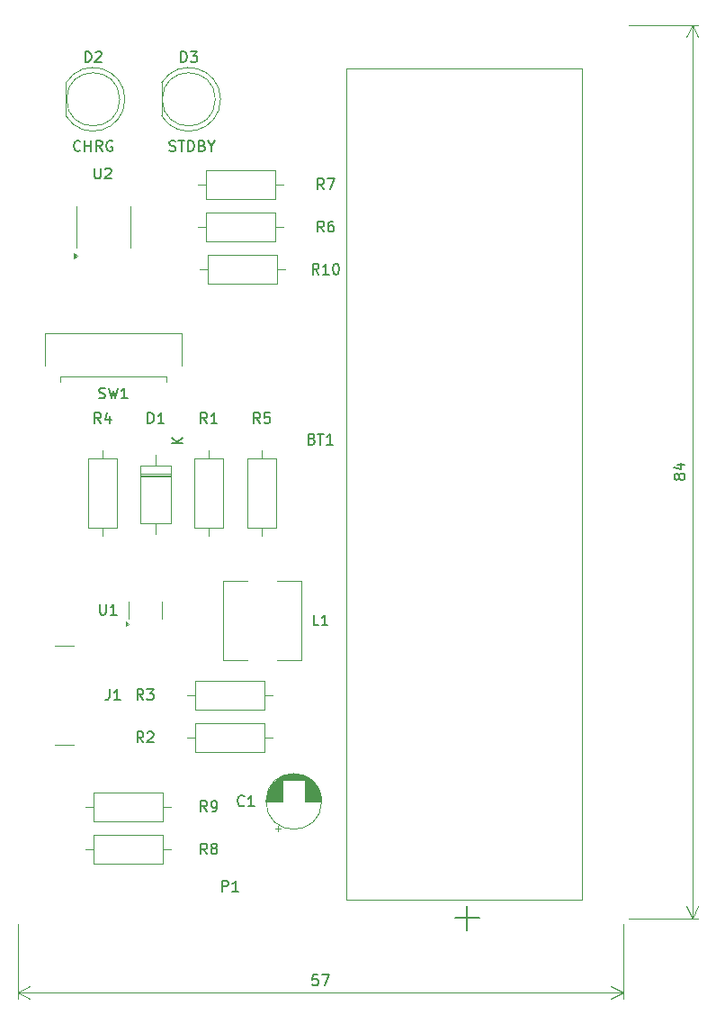
<source format=gbr>
%TF.GenerationSoftware,KiCad,Pcbnew,9.0.4*%
%TF.CreationDate,2025-10-16T13:30:46+09:00*%
%TF.ProjectId,HAM_Seminiar_Charger,48414d5f-5365-46d6-996e-6961725f4368,rev?*%
%TF.SameCoordinates,Original*%
%TF.FileFunction,Legend,Top*%
%TF.FilePolarity,Positive*%
%FSLAX46Y46*%
G04 Gerber Fmt 4.6, Leading zero omitted, Abs format (unit mm)*
G04 Created by KiCad (PCBNEW 9.0.4) date 2025-10-16 13:30:46*
%MOMM*%
%LPD*%
G01*
G04 APERTURE LIST*
%ADD10C,0.150000*%
%ADD11C,0.100000*%
%ADD12C,0.120000*%
G04 APERTURE END LIST*
D10*
X146489160Y-58627200D02*
X146632017Y-58674819D01*
X146632017Y-58674819D02*
X146870112Y-58674819D01*
X146870112Y-58674819D02*
X146965350Y-58627200D01*
X146965350Y-58627200D02*
X147012969Y-58579580D01*
X147012969Y-58579580D02*
X147060588Y-58484342D01*
X147060588Y-58484342D02*
X147060588Y-58389104D01*
X147060588Y-58389104D02*
X147012969Y-58293866D01*
X147012969Y-58293866D02*
X146965350Y-58246247D01*
X146965350Y-58246247D02*
X146870112Y-58198628D01*
X146870112Y-58198628D02*
X146679636Y-58151009D01*
X146679636Y-58151009D02*
X146584398Y-58103390D01*
X146584398Y-58103390D02*
X146536779Y-58055771D01*
X146536779Y-58055771D02*
X146489160Y-57960533D01*
X146489160Y-57960533D02*
X146489160Y-57865295D01*
X146489160Y-57865295D02*
X146536779Y-57770057D01*
X146536779Y-57770057D02*
X146584398Y-57722438D01*
X146584398Y-57722438D02*
X146679636Y-57674819D01*
X146679636Y-57674819D02*
X146917731Y-57674819D01*
X146917731Y-57674819D02*
X147060588Y-57722438D01*
X147346303Y-57674819D02*
X147917731Y-57674819D01*
X147632017Y-58674819D02*
X147632017Y-57674819D01*
X148251065Y-58674819D02*
X148251065Y-57674819D01*
X148251065Y-57674819D02*
X148489160Y-57674819D01*
X148489160Y-57674819D02*
X148632017Y-57722438D01*
X148632017Y-57722438D02*
X148727255Y-57817676D01*
X148727255Y-57817676D02*
X148774874Y-57912914D01*
X148774874Y-57912914D02*
X148822493Y-58103390D01*
X148822493Y-58103390D02*
X148822493Y-58246247D01*
X148822493Y-58246247D02*
X148774874Y-58436723D01*
X148774874Y-58436723D02*
X148727255Y-58531961D01*
X148727255Y-58531961D02*
X148632017Y-58627200D01*
X148632017Y-58627200D02*
X148489160Y-58674819D01*
X148489160Y-58674819D02*
X148251065Y-58674819D01*
X149584398Y-58151009D02*
X149727255Y-58198628D01*
X149727255Y-58198628D02*
X149774874Y-58246247D01*
X149774874Y-58246247D02*
X149822493Y-58341485D01*
X149822493Y-58341485D02*
X149822493Y-58484342D01*
X149822493Y-58484342D02*
X149774874Y-58579580D01*
X149774874Y-58579580D02*
X149727255Y-58627200D01*
X149727255Y-58627200D02*
X149632017Y-58674819D01*
X149632017Y-58674819D02*
X149251065Y-58674819D01*
X149251065Y-58674819D02*
X149251065Y-57674819D01*
X149251065Y-57674819D02*
X149584398Y-57674819D01*
X149584398Y-57674819D02*
X149679636Y-57722438D01*
X149679636Y-57722438D02*
X149727255Y-57770057D01*
X149727255Y-57770057D02*
X149774874Y-57865295D01*
X149774874Y-57865295D02*
X149774874Y-57960533D01*
X149774874Y-57960533D02*
X149727255Y-58055771D01*
X149727255Y-58055771D02*
X149679636Y-58103390D01*
X149679636Y-58103390D02*
X149584398Y-58151009D01*
X149584398Y-58151009D02*
X149251065Y-58151009D01*
X150441541Y-58198628D02*
X150441541Y-58674819D01*
X150108208Y-57674819D02*
X150441541Y-58198628D01*
X150441541Y-58198628D02*
X150774874Y-57674819D01*
X138108207Y-58579580D02*
X138060588Y-58627200D01*
X138060588Y-58627200D02*
X137917731Y-58674819D01*
X137917731Y-58674819D02*
X137822493Y-58674819D01*
X137822493Y-58674819D02*
X137679636Y-58627200D01*
X137679636Y-58627200D02*
X137584398Y-58531961D01*
X137584398Y-58531961D02*
X137536779Y-58436723D01*
X137536779Y-58436723D02*
X137489160Y-58246247D01*
X137489160Y-58246247D02*
X137489160Y-58103390D01*
X137489160Y-58103390D02*
X137536779Y-57912914D01*
X137536779Y-57912914D02*
X137584398Y-57817676D01*
X137584398Y-57817676D02*
X137679636Y-57722438D01*
X137679636Y-57722438D02*
X137822493Y-57674819D01*
X137822493Y-57674819D02*
X137917731Y-57674819D01*
X137917731Y-57674819D02*
X138060588Y-57722438D01*
X138060588Y-57722438D02*
X138108207Y-57770057D01*
X138536779Y-58674819D02*
X138536779Y-57674819D01*
X138536779Y-58151009D02*
X139108207Y-58151009D01*
X139108207Y-58674819D02*
X139108207Y-57674819D01*
X140155826Y-58674819D02*
X139822493Y-58198628D01*
X139584398Y-58674819D02*
X139584398Y-57674819D01*
X139584398Y-57674819D02*
X139965350Y-57674819D01*
X139965350Y-57674819D02*
X140060588Y-57722438D01*
X140060588Y-57722438D02*
X140108207Y-57770057D01*
X140108207Y-57770057D02*
X140155826Y-57865295D01*
X140155826Y-57865295D02*
X140155826Y-58008152D01*
X140155826Y-58008152D02*
X140108207Y-58103390D01*
X140108207Y-58103390D02*
X140060588Y-58151009D01*
X140060588Y-58151009D02*
X139965350Y-58198628D01*
X139965350Y-58198628D02*
X139584398Y-58198628D01*
X141108207Y-57722438D02*
X141012969Y-57674819D01*
X141012969Y-57674819D02*
X140870112Y-57674819D01*
X140870112Y-57674819D02*
X140727255Y-57722438D01*
X140727255Y-57722438D02*
X140632017Y-57817676D01*
X140632017Y-57817676D02*
X140584398Y-57912914D01*
X140584398Y-57912914D02*
X140536779Y-58103390D01*
X140536779Y-58103390D02*
X140536779Y-58246247D01*
X140536779Y-58246247D02*
X140584398Y-58436723D01*
X140584398Y-58436723D02*
X140632017Y-58531961D01*
X140632017Y-58531961D02*
X140727255Y-58627200D01*
X140727255Y-58627200D02*
X140870112Y-58674819D01*
X140870112Y-58674819D02*
X140965350Y-58674819D01*
X140965350Y-58674819D02*
X141108207Y-58627200D01*
X141108207Y-58627200D02*
X141155826Y-58579580D01*
X141155826Y-58579580D02*
X141155826Y-58246247D01*
X141155826Y-58246247D02*
X140965350Y-58246247D01*
X194433390Y-89376428D02*
X194385771Y-89471666D01*
X194385771Y-89471666D02*
X194338152Y-89519285D01*
X194338152Y-89519285D02*
X194242914Y-89566904D01*
X194242914Y-89566904D02*
X194195295Y-89566904D01*
X194195295Y-89566904D02*
X194100057Y-89519285D01*
X194100057Y-89519285D02*
X194052438Y-89471666D01*
X194052438Y-89471666D02*
X194004819Y-89376428D01*
X194004819Y-89376428D02*
X194004819Y-89185952D01*
X194004819Y-89185952D02*
X194052438Y-89090714D01*
X194052438Y-89090714D02*
X194100057Y-89043095D01*
X194100057Y-89043095D02*
X194195295Y-88995476D01*
X194195295Y-88995476D02*
X194242914Y-88995476D01*
X194242914Y-88995476D02*
X194338152Y-89043095D01*
X194338152Y-89043095D02*
X194385771Y-89090714D01*
X194385771Y-89090714D02*
X194433390Y-89185952D01*
X194433390Y-89185952D02*
X194433390Y-89376428D01*
X194433390Y-89376428D02*
X194481009Y-89471666D01*
X194481009Y-89471666D02*
X194528628Y-89519285D01*
X194528628Y-89519285D02*
X194623866Y-89566904D01*
X194623866Y-89566904D02*
X194814342Y-89566904D01*
X194814342Y-89566904D02*
X194909580Y-89519285D01*
X194909580Y-89519285D02*
X194957200Y-89471666D01*
X194957200Y-89471666D02*
X195004819Y-89376428D01*
X195004819Y-89376428D02*
X195004819Y-89185952D01*
X195004819Y-89185952D02*
X194957200Y-89090714D01*
X194957200Y-89090714D02*
X194909580Y-89043095D01*
X194909580Y-89043095D02*
X194814342Y-88995476D01*
X194814342Y-88995476D02*
X194623866Y-88995476D01*
X194623866Y-88995476D02*
X194528628Y-89043095D01*
X194528628Y-89043095D02*
X194481009Y-89090714D01*
X194481009Y-89090714D02*
X194433390Y-89185952D01*
X194338152Y-88138333D02*
X195004819Y-88138333D01*
X193957200Y-88376428D02*
X194671485Y-88614523D01*
X194671485Y-88614523D02*
X194671485Y-87995476D01*
D11*
X189700000Y-130805000D02*
X196286420Y-130805000D01*
X196286420Y-46805000D02*
X189700000Y-46805000D01*
X195700000Y-130805000D02*
X195700000Y-46805000D01*
X195700000Y-130805000D02*
X195113579Y-129678496D01*
X195700000Y-130805000D02*
X196286421Y-129678496D01*
X195700000Y-46805000D02*
X196286421Y-47931504D01*
X195700000Y-46805000D02*
X195113579Y-47931504D01*
D10*
X160461904Y-136109819D02*
X159985714Y-136109819D01*
X159985714Y-136109819D02*
X159938095Y-136586009D01*
X159938095Y-136586009D02*
X159985714Y-136538390D01*
X159985714Y-136538390D02*
X160080952Y-136490771D01*
X160080952Y-136490771D02*
X160319047Y-136490771D01*
X160319047Y-136490771D02*
X160414285Y-136538390D01*
X160414285Y-136538390D02*
X160461904Y-136586009D01*
X160461904Y-136586009D02*
X160509523Y-136681247D01*
X160509523Y-136681247D02*
X160509523Y-136919342D01*
X160509523Y-136919342D02*
X160461904Y-137014580D01*
X160461904Y-137014580D02*
X160414285Y-137062200D01*
X160414285Y-137062200D02*
X160319047Y-137109819D01*
X160319047Y-137109819D02*
X160080952Y-137109819D01*
X160080952Y-137109819D02*
X159985714Y-137062200D01*
X159985714Y-137062200D02*
X159938095Y-137014580D01*
X160842857Y-136109819D02*
X161509523Y-136109819D01*
X161509523Y-136109819D02*
X161080952Y-137109819D01*
D11*
X132200000Y-131305000D02*
X132200000Y-138391420D01*
X189200000Y-138391420D02*
X189200000Y-131305000D01*
X132200000Y-137805000D02*
X189200000Y-137805000D01*
X132200000Y-137805000D02*
X133326504Y-137218579D01*
X132200000Y-137805000D02*
X133326504Y-138391421D01*
X189200000Y-137805000D02*
X188073496Y-138391421D01*
X189200000Y-137805000D02*
X188073496Y-137218579D01*
D10*
X159914285Y-85736009D02*
X160057142Y-85783628D01*
X160057142Y-85783628D02*
X160104761Y-85831247D01*
X160104761Y-85831247D02*
X160152380Y-85926485D01*
X160152380Y-85926485D02*
X160152380Y-86069342D01*
X160152380Y-86069342D02*
X160104761Y-86164580D01*
X160104761Y-86164580D02*
X160057142Y-86212200D01*
X160057142Y-86212200D02*
X159961904Y-86259819D01*
X159961904Y-86259819D02*
X159580952Y-86259819D01*
X159580952Y-86259819D02*
X159580952Y-85259819D01*
X159580952Y-85259819D02*
X159914285Y-85259819D01*
X159914285Y-85259819D02*
X160009523Y-85307438D01*
X160009523Y-85307438D02*
X160057142Y-85355057D01*
X160057142Y-85355057D02*
X160104761Y-85450295D01*
X160104761Y-85450295D02*
X160104761Y-85545533D01*
X160104761Y-85545533D02*
X160057142Y-85640771D01*
X160057142Y-85640771D02*
X160009523Y-85688390D01*
X160009523Y-85688390D02*
X159914285Y-85736009D01*
X159914285Y-85736009D02*
X159580952Y-85736009D01*
X160438095Y-85259819D02*
X161009523Y-85259819D01*
X160723809Y-86259819D02*
X160723809Y-85259819D01*
X161866666Y-86259819D02*
X161295238Y-86259819D01*
X161580952Y-86259819D02*
X161580952Y-85259819D01*
X161580952Y-85259819D02*
X161485714Y-85402676D01*
X161485714Y-85402676D02*
X161390476Y-85497914D01*
X161390476Y-85497914D02*
X161295238Y-85545533D01*
X174487200Y-131892857D02*
X174487200Y-129607143D01*
X175630057Y-130750000D02*
X173344342Y-130750000D01*
X150033333Y-124759819D02*
X149700000Y-124283628D01*
X149461905Y-124759819D02*
X149461905Y-123759819D01*
X149461905Y-123759819D02*
X149842857Y-123759819D01*
X149842857Y-123759819D02*
X149938095Y-123807438D01*
X149938095Y-123807438D02*
X149985714Y-123855057D01*
X149985714Y-123855057D02*
X150033333Y-123950295D01*
X150033333Y-123950295D02*
X150033333Y-124093152D01*
X150033333Y-124093152D02*
X149985714Y-124188390D01*
X149985714Y-124188390D02*
X149938095Y-124236009D01*
X149938095Y-124236009D02*
X149842857Y-124283628D01*
X149842857Y-124283628D02*
X149461905Y-124283628D01*
X150604762Y-124188390D02*
X150509524Y-124140771D01*
X150509524Y-124140771D02*
X150461905Y-124093152D01*
X150461905Y-124093152D02*
X150414286Y-123997914D01*
X150414286Y-123997914D02*
X150414286Y-123950295D01*
X150414286Y-123950295D02*
X150461905Y-123855057D01*
X150461905Y-123855057D02*
X150509524Y-123807438D01*
X150509524Y-123807438D02*
X150604762Y-123759819D01*
X150604762Y-123759819D02*
X150795238Y-123759819D01*
X150795238Y-123759819D02*
X150890476Y-123807438D01*
X150890476Y-123807438D02*
X150938095Y-123855057D01*
X150938095Y-123855057D02*
X150985714Y-123950295D01*
X150985714Y-123950295D02*
X150985714Y-123997914D01*
X150985714Y-123997914D02*
X150938095Y-124093152D01*
X150938095Y-124093152D02*
X150890476Y-124140771D01*
X150890476Y-124140771D02*
X150795238Y-124188390D01*
X150795238Y-124188390D02*
X150604762Y-124188390D01*
X150604762Y-124188390D02*
X150509524Y-124236009D01*
X150509524Y-124236009D02*
X150461905Y-124283628D01*
X150461905Y-124283628D02*
X150414286Y-124378866D01*
X150414286Y-124378866D02*
X150414286Y-124569342D01*
X150414286Y-124569342D02*
X150461905Y-124664580D01*
X150461905Y-124664580D02*
X150509524Y-124712200D01*
X150509524Y-124712200D02*
X150604762Y-124759819D01*
X150604762Y-124759819D02*
X150795238Y-124759819D01*
X150795238Y-124759819D02*
X150890476Y-124712200D01*
X150890476Y-124712200D02*
X150938095Y-124664580D01*
X150938095Y-124664580D02*
X150985714Y-124569342D01*
X150985714Y-124569342D02*
X150985714Y-124378866D01*
X150985714Y-124378866D02*
X150938095Y-124283628D01*
X150938095Y-124283628D02*
X150890476Y-124236009D01*
X150890476Y-124236009D02*
X150795238Y-124188390D01*
X160533333Y-103259819D02*
X160057143Y-103259819D01*
X160057143Y-103259819D02*
X160057143Y-102259819D01*
X161390476Y-103259819D02*
X160819048Y-103259819D01*
X161104762Y-103259819D02*
X161104762Y-102259819D01*
X161104762Y-102259819D02*
X161009524Y-102402676D01*
X161009524Y-102402676D02*
X160914286Y-102497914D01*
X160914286Y-102497914D02*
X160819048Y-102545533D01*
X150033333Y-120759819D02*
X149700000Y-120283628D01*
X149461905Y-120759819D02*
X149461905Y-119759819D01*
X149461905Y-119759819D02*
X149842857Y-119759819D01*
X149842857Y-119759819D02*
X149938095Y-119807438D01*
X149938095Y-119807438D02*
X149985714Y-119855057D01*
X149985714Y-119855057D02*
X150033333Y-119950295D01*
X150033333Y-119950295D02*
X150033333Y-120093152D01*
X150033333Y-120093152D02*
X149985714Y-120188390D01*
X149985714Y-120188390D02*
X149938095Y-120236009D01*
X149938095Y-120236009D02*
X149842857Y-120283628D01*
X149842857Y-120283628D02*
X149461905Y-120283628D01*
X150509524Y-120759819D02*
X150700000Y-120759819D01*
X150700000Y-120759819D02*
X150795238Y-120712200D01*
X150795238Y-120712200D02*
X150842857Y-120664580D01*
X150842857Y-120664580D02*
X150938095Y-120521723D01*
X150938095Y-120521723D02*
X150985714Y-120331247D01*
X150985714Y-120331247D02*
X150985714Y-119950295D01*
X150985714Y-119950295D02*
X150938095Y-119855057D01*
X150938095Y-119855057D02*
X150890476Y-119807438D01*
X150890476Y-119807438D02*
X150795238Y-119759819D01*
X150795238Y-119759819D02*
X150604762Y-119759819D01*
X150604762Y-119759819D02*
X150509524Y-119807438D01*
X150509524Y-119807438D02*
X150461905Y-119855057D01*
X150461905Y-119855057D02*
X150414286Y-119950295D01*
X150414286Y-119950295D02*
X150414286Y-120188390D01*
X150414286Y-120188390D02*
X150461905Y-120283628D01*
X150461905Y-120283628D02*
X150509524Y-120331247D01*
X150509524Y-120331247D02*
X150604762Y-120378866D01*
X150604762Y-120378866D02*
X150795238Y-120378866D01*
X150795238Y-120378866D02*
X150890476Y-120331247D01*
X150890476Y-120331247D02*
X150938095Y-120283628D01*
X150938095Y-120283628D02*
X150985714Y-120188390D01*
X147571905Y-50299819D02*
X147571905Y-49299819D01*
X147571905Y-49299819D02*
X147810000Y-49299819D01*
X147810000Y-49299819D02*
X147952857Y-49347438D01*
X147952857Y-49347438D02*
X148048095Y-49442676D01*
X148048095Y-49442676D02*
X148095714Y-49537914D01*
X148095714Y-49537914D02*
X148143333Y-49728390D01*
X148143333Y-49728390D02*
X148143333Y-49871247D01*
X148143333Y-49871247D02*
X148095714Y-50061723D01*
X148095714Y-50061723D02*
X148048095Y-50156961D01*
X148048095Y-50156961D02*
X147952857Y-50252200D01*
X147952857Y-50252200D02*
X147810000Y-50299819D01*
X147810000Y-50299819D02*
X147571905Y-50299819D01*
X148476667Y-49299819D02*
X149095714Y-49299819D01*
X149095714Y-49299819D02*
X148762381Y-49680771D01*
X148762381Y-49680771D02*
X148905238Y-49680771D01*
X148905238Y-49680771D02*
X149000476Y-49728390D01*
X149000476Y-49728390D02*
X149048095Y-49776009D01*
X149048095Y-49776009D02*
X149095714Y-49871247D01*
X149095714Y-49871247D02*
X149095714Y-50109342D01*
X149095714Y-50109342D02*
X149048095Y-50204580D01*
X149048095Y-50204580D02*
X149000476Y-50252200D01*
X149000476Y-50252200D02*
X148905238Y-50299819D01*
X148905238Y-50299819D02*
X148619524Y-50299819D01*
X148619524Y-50299819D02*
X148524286Y-50252200D01*
X148524286Y-50252200D02*
X148476667Y-50204580D01*
X150033333Y-84259819D02*
X149700000Y-83783628D01*
X149461905Y-84259819D02*
X149461905Y-83259819D01*
X149461905Y-83259819D02*
X149842857Y-83259819D01*
X149842857Y-83259819D02*
X149938095Y-83307438D01*
X149938095Y-83307438D02*
X149985714Y-83355057D01*
X149985714Y-83355057D02*
X150033333Y-83450295D01*
X150033333Y-83450295D02*
X150033333Y-83593152D01*
X150033333Y-83593152D02*
X149985714Y-83688390D01*
X149985714Y-83688390D02*
X149938095Y-83736009D01*
X149938095Y-83736009D02*
X149842857Y-83783628D01*
X149842857Y-83783628D02*
X149461905Y-83783628D01*
X150985714Y-84259819D02*
X150414286Y-84259819D01*
X150700000Y-84259819D02*
X150700000Y-83259819D01*
X150700000Y-83259819D02*
X150604762Y-83402676D01*
X150604762Y-83402676D02*
X150509524Y-83497914D01*
X150509524Y-83497914D02*
X150414286Y-83545533D01*
X140033333Y-84259819D02*
X139700000Y-83783628D01*
X139461905Y-84259819D02*
X139461905Y-83259819D01*
X139461905Y-83259819D02*
X139842857Y-83259819D01*
X139842857Y-83259819D02*
X139938095Y-83307438D01*
X139938095Y-83307438D02*
X139985714Y-83355057D01*
X139985714Y-83355057D02*
X140033333Y-83450295D01*
X140033333Y-83450295D02*
X140033333Y-83593152D01*
X140033333Y-83593152D02*
X139985714Y-83688390D01*
X139985714Y-83688390D02*
X139938095Y-83736009D01*
X139938095Y-83736009D02*
X139842857Y-83783628D01*
X139842857Y-83783628D02*
X139461905Y-83783628D01*
X140890476Y-83593152D02*
X140890476Y-84259819D01*
X140652381Y-83212200D02*
X140414286Y-83926485D01*
X140414286Y-83926485D02*
X141033333Y-83926485D01*
X155033333Y-84259819D02*
X154700000Y-83783628D01*
X154461905Y-84259819D02*
X154461905Y-83259819D01*
X154461905Y-83259819D02*
X154842857Y-83259819D01*
X154842857Y-83259819D02*
X154938095Y-83307438D01*
X154938095Y-83307438D02*
X154985714Y-83355057D01*
X154985714Y-83355057D02*
X155033333Y-83450295D01*
X155033333Y-83450295D02*
X155033333Y-83593152D01*
X155033333Y-83593152D02*
X154985714Y-83688390D01*
X154985714Y-83688390D02*
X154938095Y-83736009D01*
X154938095Y-83736009D02*
X154842857Y-83783628D01*
X154842857Y-83783628D02*
X154461905Y-83783628D01*
X155938095Y-83259819D02*
X155461905Y-83259819D01*
X155461905Y-83259819D02*
X155414286Y-83736009D01*
X155414286Y-83736009D02*
X155461905Y-83688390D01*
X155461905Y-83688390D02*
X155557143Y-83640771D01*
X155557143Y-83640771D02*
X155795238Y-83640771D01*
X155795238Y-83640771D02*
X155890476Y-83688390D01*
X155890476Y-83688390D02*
X155938095Y-83736009D01*
X155938095Y-83736009D02*
X155985714Y-83831247D01*
X155985714Y-83831247D02*
X155985714Y-84069342D01*
X155985714Y-84069342D02*
X155938095Y-84164580D01*
X155938095Y-84164580D02*
X155890476Y-84212200D01*
X155890476Y-84212200D02*
X155795238Y-84259819D01*
X155795238Y-84259819D02*
X155557143Y-84259819D01*
X155557143Y-84259819D02*
X155461905Y-84212200D01*
X155461905Y-84212200D02*
X155414286Y-84164580D01*
X140866666Y-109259819D02*
X140866666Y-109974104D01*
X140866666Y-109974104D02*
X140819047Y-110116961D01*
X140819047Y-110116961D02*
X140723809Y-110212200D01*
X140723809Y-110212200D02*
X140580952Y-110259819D01*
X140580952Y-110259819D02*
X140485714Y-110259819D01*
X141866666Y-110259819D02*
X141295238Y-110259819D01*
X141580952Y-110259819D02*
X141580952Y-109259819D01*
X141580952Y-109259819D02*
X141485714Y-109402676D01*
X141485714Y-109402676D02*
X141390476Y-109497914D01*
X141390476Y-109497914D02*
X141295238Y-109545533D01*
X139866667Y-81882200D02*
X140009524Y-81929819D01*
X140009524Y-81929819D02*
X140247619Y-81929819D01*
X140247619Y-81929819D02*
X140342857Y-81882200D01*
X140342857Y-81882200D02*
X140390476Y-81834580D01*
X140390476Y-81834580D02*
X140438095Y-81739342D01*
X140438095Y-81739342D02*
X140438095Y-81644104D01*
X140438095Y-81644104D02*
X140390476Y-81548866D01*
X140390476Y-81548866D02*
X140342857Y-81501247D01*
X140342857Y-81501247D02*
X140247619Y-81453628D01*
X140247619Y-81453628D02*
X140057143Y-81406009D01*
X140057143Y-81406009D02*
X139961905Y-81358390D01*
X139961905Y-81358390D02*
X139914286Y-81310771D01*
X139914286Y-81310771D02*
X139866667Y-81215533D01*
X139866667Y-81215533D02*
X139866667Y-81120295D01*
X139866667Y-81120295D02*
X139914286Y-81025057D01*
X139914286Y-81025057D02*
X139961905Y-80977438D01*
X139961905Y-80977438D02*
X140057143Y-80929819D01*
X140057143Y-80929819D02*
X140295238Y-80929819D01*
X140295238Y-80929819D02*
X140438095Y-80977438D01*
X140771429Y-80929819D02*
X141009524Y-81929819D01*
X141009524Y-81929819D02*
X141200000Y-81215533D01*
X141200000Y-81215533D02*
X141390476Y-81929819D01*
X141390476Y-81929819D02*
X141628572Y-80929819D01*
X142533333Y-81929819D02*
X141961905Y-81929819D01*
X142247619Y-81929819D02*
X142247619Y-80929819D01*
X142247619Y-80929819D02*
X142152381Y-81072676D01*
X142152381Y-81072676D02*
X142057143Y-81167914D01*
X142057143Y-81167914D02*
X141961905Y-81215533D01*
X139438095Y-60259819D02*
X139438095Y-61069342D01*
X139438095Y-61069342D02*
X139485714Y-61164580D01*
X139485714Y-61164580D02*
X139533333Y-61212200D01*
X139533333Y-61212200D02*
X139628571Y-61259819D01*
X139628571Y-61259819D02*
X139819047Y-61259819D01*
X139819047Y-61259819D02*
X139914285Y-61212200D01*
X139914285Y-61212200D02*
X139961904Y-61164580D01*
X139961904Y-61164580D02*
X140009523Y-61069342D01*
X140009523Y-61069342D02*
X140009523Y-60259819D01*
X140438095Y-60355057D02*
X140485714Y-60307438D01*
X140485714Y-60307438D02*
X140580952Y-60259819D01*
X140580952Y-60259819D02*
X140819047Y-60259819D01*
X140819047Y-60259819D02*
X140914285Y-60307438D01*
X140914285Y-60307438D02*
X140961904Y-60355057D01*
X140961904Y-60355057D02*
X141009523Y-60450295D01*
X141009523Y-60450295D02*
X141009523Y-60545533D01*
X141009523Y-60545533D02*
X140961904Y-60688390D01*
X140961904Y-60688390D02*
X140390476Y-61259819D01*
X140390476Y-61259819D02*
X141009523Y-61259819D01*
X144461905Y-84259819D02*
X144461905Y-83259819D01*
X144461905Y-83259819D02*
X144700000Y-83259819D01*
X144700000Y-83259819D02*
X144842857Y-83307438D01*
X144842857Y-83307438D02*
X144938095Y-83402676D01*
X144938095Y-83402676D02*
X144985714Y-83497914D01*
X144985714Y-83497914D02*
X145033333Y-83688390D01*
X145033333Y-83688390D02*
X145033333Y-83831247D01*
X145033333Y-83831247D02*
X144985714Y-84021723D01*
X144985714Y-84021723D02*
X144938095Y-84116961D01*
X144938095Y-84116961D02*
X144842857Y-84212200D01*
X144842857Y-84212200D02*
X144700000Y-84259819D01*
X144700000Y-84259819D02*
X144461905Y-84259819D01*
X145985714Y-84259819D02*
X145414286Y-84259819D01*
X145700000Y-84259819D02*
X145700000Y-83259819D01*
X145700000Y-83259819D02*
X145604762Y-83402676D01*
X145604762Y-83402676D02*
X145509524Y-83497914D01*
X145509524Y-83497914D02*
X145414286Y-83545533D01*
X147754819Y-86146904D02*
X146754819Y-86146904D01*
X147754819Y-85575476D02*
X147183390Y-86004047D01*
X146754819Y-85575476D02*
X147326247Y-86146904D01*
X139938095Y-101259819D02*
X139938095Y-102069342D01*
X139938095Y-102069342D02*
X139985714Y-102164580D01*
X139985714Y-102164580D02*
X140033333Y-102212200D01*
X140033333Y-102212200D02*
X140128571Y-102259819D01*
X140128571Y-102259819D02*
X140319047Y-102259819D01*
X140319047Y-102259819D02*
X140414285Y-102212200D01*
X140414285Y-102212200D02*
X140461904Y-102164580D01*
X140461904Y-102164580D02*
X140509523Y-102069342D01*
X140509523Y-102069342D02*
X140509523Y-101259819D01*
X141509523Y-102259819D02*
X140938095Y-102259819D01*
X141223809Y-102259819D02*
X141223809Y-101259819D01*
X141223809Y-101259819D02*
X141128571Y-101402676D01*
X141128571Y-101402676D02*
X141033333Y-101497914D01*
X141033333Y-101497914D02*
X140938095Y-101545533D01*
X160557142Y-70259819D02*
X160223809Y-69783628D01*
X159985714Y-70259819D02*
X159985714Y-69259819D01*
X159985714Y-69259819D02*
X160366666Y-69259819D01*
X160366666Y-69259819D02*
X160461904Y-69307438D01*
X160461904Y-69307438D02*
X160509523Y-69355057D01*
X160509523Y-69355057D02*
X160557142Y-69450295D01*
X160557142Y-69450295D02*
X160557142Y-69593152D01*
X160557142Y-69593152D02*
X160509523Y-69688390D01*
X160509523Y-69688390D02*
X160461904Y-69736009D01*
X160461904Y-69736009D02*
X160366666Y-69783628D01*
X160366666Y-69783628D02*
X159985714Y-69783628D01*
X161509523Y-70259819D02*
X160938095Y-70259819D01*
X161223809Y-70259819D02*
X161223809Y-69259819D01*
X161223809Y-69259819D02*
X161128571Y-69402676D01*
X161128571Y-69402676D02*
X161033333Y-69497914D01*
X161033333Y-69497914D02*
X160938095Y-69545533D01*
X162128571Y-69259819D02*
X162223809Y-69259819D01*
X162223809Y-69259819D02*
X162319047Y-69307438D01*
X162319047Y-69307438D02*
X162366666Y-69355057D01*
X162366666Y-69355057D02*
X162414285Y-69450295D01*
X162414285Y-69450295D02*
X162461904Y-69640771D01*
X162461904Y-69640771D02*
X162461904Y-69878866D01*
X162461904Y-69878866D02*
X162414285Y-70069342D01*
X162414285Y-70069342D02*
X162366666Y-70164580D01*
X162366666Y-70164580D02*
X162319047Y-70212200D01*
X162319047Y-70212200D02*
X162223809Y-70259819D01*
X162223809Y-70259819D02*
X162128571Y-70259819D01*
X162128571Y-70259819D02*
X162033333Y-70212200D01*
X162033333Y-70212200D02*
X161985714Y-70164580D01*
X161985714Y-70164580D02*
X161938095Y-70069342D01*
X161938095Y-70069342D02*
X161890476Y-69878866D01*
X161890476Y-69878866D02*
X161890476Y-69640771D01*
X161890476Y-69640771D02*
X161938095Y-69450295D01*
X161938095Y-69450295D02*
X161985714Y-69355057D01*
X161985714Y-69355057D02*
X162033333Y-69307438D01*
X162033333Y-69307438D02*
X162128571Y-69259819D01*
X144033333Y-114259819D02*
X143700000Y-113783628D01*
X143461905Y-114259819D02*
X143461905Y-113259819D01*
X143461905Y-113259819D02*
X143842857Y-113259819D01*
X143842857Y-113259819D02*
X143938095Y-113307438D01*
X143938095Y-113307438D02*
X143985714Y-113355057D01*
X143985714Y-113355057D02*
X144033333Y-113450295D01*
X144033333Y-113450295D02*
X144033333Y-113593152D01*
X144033333Y-113593152D02*
X143985714Y-113688390D01*
X143985714Y-113688390D02*
X143938095Y-113736009D01*
X143938095Y-113736009D02*
X143842857Y-113783628D01*
X143842857Y-113783628D02*
X143461905Y-113783628D01*
X144414286Y-113355057D02*
X144461905Y-113307438D01*
X144461905Y-113307438D02*
X144557143Y-113259819D01*
X144557143Y-113259819D02*
X144795238Y-113259819D01*
X144795238Y-113259819D02*
X144890476Y-113307438D01*
X144890476Y-113307438D02*
X144938095Y-113355057D01*
X144938095Y-113355057D02*
X144985714Y-113450295D01*
X144985714Y-113450295D02*
X144985714Y-113545533D01*
X144985714Y-113545533D02*
X144938095Y-113688390D01*
X144938095Y-113688390D02*
X144366667Y-114259819D01*
X144366667Y-114259819D02*
X144985714Y-114259819D01*
X138571905Y-50299819D02*
X138571905Y-49299819D01*
X138571905Y-49299819D02*
X138810000Y-49299819D01*
X138810000Y-49299819D02*
X138952857Y-49347438D01*
X138952857Y-49347438D02*
X139048095Y-49442676D01*
X139048095Y-49442676D02*
X139095714Y-49537914D01*
X139095714Y-49537914D02*
X139143333Y-49728390D01*
X139143333Y-49728390D02*
X139143333Y-49871247D01*
X139143333Y-49871247D02*
X139095714Y-50061723D01*
X139095714Y-50061723D02*
X139048095Y-50156961D01*
X139048095Y-50156961D02*
X138952857Y-50252200D01*
X138952857Y-50252200D02*
X138810000Y-50299819D01*
X138810000Y-50299819D02*
X138571905Y-50299819D01*
X139524286Y-49395057D02*
X139571905Y-49347438D01*
X139571905Y-49347438D02*
X139667143Y-49299819D01*
X139667143Y-49299819D02*
X139905238Y-49299819D01*
X139905238Y-49299819D02*
X140000476Y-49347438D01*
X140000476Y-49347438D02*
X140048095Y-49395057D01*
X140048095Y-49395057D02*
X140095714Y-49490295D01*
X140095714Y-49490295D02*
X140095714Y-49585533D01*
X140095714Y-49585533D02*
X140048095Y-49728390D01*
X140048095Y-49728390D02*
X139476667Y-50299819D01*
X139476667Y-50299819D02*
X140095714Y-50299819D01*
X161033333Y-62259819D02*
X160700000Y-61783628D01*
X160461905Y-62259819D02*
X160461905Y-61259819D01*
X160461905Y-61259819D02*
X160842857Y-61259819D01*
X160842857Y-61259819D02*
X160938095Y-61307438D01*
X160938095Y-61307438D02*
X160985714Y-61355057D01*
X160985714Y-61355057D02*
X161033333Y-61450295D01*
X161033333Y-61450295D02*
X161033333Y-61593152D01*
X161033333Y-61593152D02*
X160985714Y-61688390D01*
X160985714Y-61688390D02*
X160938095Y-61736009D01*
X160938095Y-61736009D02*
X160842857Y-61783628D01*
X160842857Y-61783628D02*
X160461905Y-61783628D01*
X161366667Y-61259819D02*
X162033333Y-61259819D01*
X162033333Y-61259819D02*
X161604762Y-62259819D01*
X144033333Y-110259819D02*
X143700000Y-109783628D01*
X143461905Y-110259819D02*
X143461905Y-109259819D01*
X143461905Y-109259819D02*
X143842857Y-109259819D01*
X143842857Y-109259819D02*
X143938095Y-109307438D01*
X143938095Y-109307438D02*
X143985714Y-109355057D01*
X143985714Y-109355057D02*
X144033333Y-109450295D01*
X144033333Y-109450295D02*
X144033333Y-109593152D01*
X144033333Y-109593152D02*
X143985714Y-109688390D01*
X143985714Y-109688390D02*
X143938095Y-109736009D01*
X143938095Y-109736009D02*
X143842857Y-109783628D01*
X143842857Y-109783628D02*
X143461905Y-109783628D01*
X144366667Y-109259819D02*
X144985714Y-109259819D01*
X144985714Y-109259819D02*
X144652381Y-109640771D01*
X144652381Y-109640771D02*
X144795238Y-109640771D01*
X144795238Y-109640771D02*
X144890476Y-109688390D01*
X144890476Y-109688390D02*
X144938095Y-109736009D01*
X144938095Y-109736009D02*
X144985714Y-109831247D01*
X144985714Y-109831247D02*
X144985714Y-110069342D01*
X144985714Y-110069342D02*
X144938095Y-110164580D01*
X144938095Y-110164580D02*
X144890476Y-110212200D01*
X144890476Y-110212200D02*
X144795238Y-110259819D01*
X144795238Y-110259819D02*
X144509524Y-110259819D01*
X144509524Y-110259819D02*
X144414286Y-110212200D01*
X144414286Y-110212200D02*
X144366667Y-110164580D01*
X161033333Y-66259819D02*
X160700000Y-65783628D01*
X160461905Y-66259819D02*
X160461905Y-65259819D01*
X160461905Y-65259819D02*
X160842857Y-65259819D01*
X160842857Y-65259819D02*
X160938095Y-65307438D01*
X160938095Y-65307438D02*
X160985714Y-65355057D01*
X160985714Y-65355057D02*
X161033333Y-65450295D01*
X161033333Y-65450295D02*
X161033333Y-65593152D01*
X161033333Y-65593152D02*
X160985714Y-65688390D01*
X160985714Y-65688390D02*
X160938095Y-65736009D01*
X160938095Y-65736009D02*
X160842857Y-65783628D01*
X160842857Y-65783628D02*
X160461905Y-65783628D01*
X161890476Y-65259819D02*
X161700000Y-65259819D01*
X161700000Y-65259819D02*
X161604762Y-65307438D01*
X161604762Y-65307438D02*
X161557143Y-65355057D01*
X161557143Y-65355057D02*
X161461905Y-65497914D01*
X161461905Y-65497914D02*
X161414286Y-65688390D01*
X161414286Y-65688390D02*
X161414286Y-66069342D01*
X161414286Y-66069342D02*
X161461905Y-66164580D01*
X161461905Y-66164580D02*
X161509524Y-66212200D01*
X161509524Y-66212200D02*
X161604762Y-66259819D01*
X161604762Y-66259819D02*
X161795238Y-66259819D01*
X161795238Y-66259819D02*
X161890476Y-66212200D01*
X161890476Y-66212200D02*
X161938095Y-66164580D01*
X161938095Y-66164580D02*
X161985714Y-66069342D01*
X161985714Y-66069342D02*
X161985714Y-65831247D01*
X161985714Y-65831247D02*
X161938095Y-65736009D01*
X161938095Y-65736009D02*
X161890476Y-65688390D01*
X161890476Y-65688390D02*
X161795238Y-65640771D01*
X161795238Y-65640771D02*
X161604762Y-65640771D01*
X161604762Y-65640771D02*
X161509524Y-65688390D01*
X161509524Y-65688390D02*
X161461905Y-65736009D01*
X161461905Y-65736009D02*
X161414286Y-65831247D01*
X151461905Y-128259819D02*
X151461905Y-127259819D01*
X151461905Y-127259819D02*
X151842857Y-127259819D01*
X151842857Y-127259819D02*
X151938095Y-127307438D01*
X151938095Y-127307438D02*
X151985714Y-127355057D01*
X151985714Y-127355057D02*
X152033333Y-127450295D01*
X152033333Y-127450295D02*
X152033333Y-127593152D01*
X152033333Y-127593152D02*
X151985714Y-127688390D01*
X151985714Y-127688390D02*
X151938095Y-127736009D01*
X151938095Y-127736009D02*
X151842857Y-127783628D01*
X151842857Y-127783628D02*
X151461905Y-127783628D01*
X152985714Y-128259819D02*
X152414286Y-128259819D01*
X152700000Y-128259819D02*
X152700000Y-127259819D01*
X152700000Y-127259819D02*
X152604762Y-127402676D01*
X152604762Y-127402676D02*
X152509524Y-127497914D01*
X152509524Y-127497914D02*
X152414286Y-127545533D01*
X153533333Y-120164580D02*
X153485714Y-120212200D01*
X153485714Y-120212200D02*
X153342857Y-120259819D01*
X153342857Y-120259819D02*
X153247619Y-120259819D01*
X153247619Y-120259819D02*
X153104762Y-120212200D01*
X153104762Y-120212200D02*
X153009524Y-120116961D01*
X153009524Y-120116961D02*
X152961905Y-120021723D01*
X152961905Y-120021723D02*
X152914286Y-119831247D01*
X152914286Y-119831247D02*
X152914286Y-119688390D01*
X152914286Y-119688390D02*
X152961905Y-119497914D01*
X152961905Y-119497914D02*
X153009524Y-119402676D01*
X153009524Y-119402676D02*
X153104762Y-119307438D01*
X153104762Y-119307438D02*
X153247619Y-119259819D01*
X153247619Y-119259819D02*
X153342857Y-119259819D01*
X153342857Y-119259819D02*
X153485714Y-119307438D01*
X153485714Y-119307438D02*
X153533333Y-119355057D01*
X154485714Y-120259819D02*
X153914286Y-120259819D01*
X154200000Y-120259819D02*
X154200000Y-119259819D01*
X154200000Y-119259819D02*
X154104762Y-119402676D01*
X154104762Y-119402676D02*
X154009524Y-119497914D01*
X154009524Y-119497914D02*
X153914286Y-119545533D01*
D12*
%TO.C,BT1*%
X163100000Y-50910000D02*
X185300000Y-50910000D01*
X163100000Y-129090000D02*
X163100000Y-50910000D01*
X185300000Y-50910000D02*
X185300000Y-129090000D01*
X185300000Y-129090000D02*
X163100000Y-129090000D01*
%TO.C,R8*%
X138580000Y-124305000D02*
X139350000Y-124305000D01*
X146660000Y-124305000D02*
X145890000Y-124305000D01*
X145890000Y-125675000D02*
X139350000Y-125675000D01*
X139350000Y-122935000D01*
X145890000Y-122935000D01*
X145890000Y-125675000D01*
%TO.C,L1*%
X151500000Y-99105000D02*
X153800000Y-99105000D01*
X151500000Y-106505000D02*
X151500000Y-99105000D01*
X153800000Y-106505000D02*
X151500000Y-106505000D01*
X156600000Y-99105000D02*
X158900000Y-99105000D01*
X158900000Y-99105000D02*
X158900000Y-106505000D01*
X158900000Y-106505000D02*
X156600000Y-106505000D01*
%TO.C,R9*%
X138580000Y-120305000D02*
X139350000Y-120305000D01*
X146660000Y-120305000D02*
X145890000Y-120305000D01*
X145890000Y-121675000D02*
X139350000Y-121675000D01*
X139350000Y-118935000D01*
X145890000Y-118935000D01*
X145890000Y-121675000D01*
%TO.C,D3*%
X145750000Y-52260000D02*
X145750000Y-55350000D01*
X145750000Y-52260170D02*
G75*
G02*
X151300000Y-53805000I2560000J-1544830D01*
G01*
X151300000Y-53805000D02*
G75*
G02*
X145750000Y-55349830I-2990000J0D01*
G01*
X150810000Y-53805000D02*
G75*
G02*
X145810000Y-53805000I-2500000J0D01*
G01*
X145810000Y-53805000D02*
G75*
G02*
X150810000Y-53805000I2500000J0D01*
G01*
%TO.C,R1*%
X150200000Y-86765000D02*
X150200000Y-87535000D01*
X150200000Y-94845000D02*
X150200000Y-94075000D01*
X148830000Y-94075000D02*
X151570000Y-94075000D01*
X151570000Y-87535000D01*
X148830000Y-87535000D01*
X148830000Y-94075000D01*
%TO.C,R4*%
X140200000Y-86765000D02*
X140200000Y-87535000D01*
X140200000Y-94845000D02*
X140200000Y-94075000D01*
X141570000Y-87535000D02*
X138830000Y-87535000D01*
X138830000Y-94075000D01*
X141570000Y-94075000D01*
X141570000Y-87535000D01*
%TO.C,R5*%
X155200000Y-86765000D02*
X155200000Y-87535000D01*
X155200000Y-94845000D02*
X155200000Y-94075000D01*
X153830000Y-94075000D02*
X156570000Y-94075000D01*
X156570000Y-87535000D01*
X153830000Y-87535000D01*
X153830000Y-94075000D01*
%TO.C,J1*%
X135750000Y-105135000D02*
X137450000Y-105135000D01*
X135750000Y-114475000D02*
X137450000Y-114475000D01*
%TO.C,SW1*%
X134765000Y-75795000D02*
X134765000Y-78870000D01*
X136185000Y-79885000D02*
X136185000Y-80385000D01*
X136185000Y-80385000D02*
X136205000Y-80385000D01*
X146195000Y-80385000D02*
X146215000Y-80385000D01*
X146215000Y-79885000D02*
X136185000Y-79885000D01*
X146215000Y-80385000D02*
X146215000Y-79885000D01*
X147635000Y-75795000D02*
X134765000Y-75795000D01*
X147635000Y-78870000D02*
X147635000Y-75795000D01*
%TO.C,U2*%
X137720000Y-65805000D02*
X137720000Y-63855000D01*
X137720000Y-65805000D02*
X137720000Y-67755000D01*
X142840000Y-65805000D02*
X142840000Y-63855000D01*
X142840000Y-65805000D02*
X142840000Y-67755000D01*
X137815000Y-68505000D02*
X137485000Y-68745000D01*
X137485000Y-68265000D01*
X137815000Y-68505000D01*
G36*
X137815000Y-68505000D02*
G01*
X137485000Y-68745000D01*
X137485000Y-68265000D01*
X137815000Y-68505000D01*
G37*
%TO.C,D1*%
X145200000Y-87225000D02*
X145200000Y-88245000D01*
X145200000Y-94705000D02*
X145200000Y-93685000D01*
X146670000Y-89025000D02*
X143730000Y-89025000D01*
X146670000Y-89145000D02*
X143730000Y-89145000D01*
X146670000Y-89265000D02*
X143730000Y-89265000D01*
X146670000Y-88245000D02*
X143730000Y-88245000D01*
X143730000Y-93685000D01*
X146670000Y-93685000D01*
X146670000Y-88245000D01*
%TO.C,U1*%
X142640000Y-101805000D02*
X142640000Y-101005000D01*
X142640000Y-101805000D02*
X142640000Y-102605000D01*
X145760000Y-101805000D02*
X145760000Y-101005000D01*
X145760000Y-101805000D02*
X145760000Y-102605000D01*
X142690000Y-103105000D02*
X142360000Y-103345000D01*
X142360000Y-102865000D01*
X142690000Y-103105000D01*
G36*
X142690000Y-103105000D02*
G01*
X142360000Y-103345000D01*
X142360000Y-102865000D01*
X142690000Y-103105000D01*
G37*
%TO.C,R10*%
X149320000Y-69805000D02*
X150090000Y-69805000D01*
X157400000Y-69805000D02*
X156630000Y-69805000D01*
X150090000Y-68435000D02*
X156630000Y-68435000D01*
X156630000Y-71175000D01*
X150090000Y-71175000D01*
X150090000Y-68435000D01*
%TO.C,R2*%
X148160000Y-113805000D02*
X148930000Y-113805000D01*
X156240000Y-113805000D02*
X155470000Y-113805000D01*
X148930000Y-112435000D02*
X155470000Y-112435000D01*
X155470000Y-115175000D01*
X148930000Y-115175000D01*
X148930000Y-112435000D01*
%TO.C,D2*%
X136750000Y-52260000D02*
X136750000Y-55350000D01*
X136750000Y-52260170D02*
G75*
G02*
X142300000Y-53805000I2560000J-1544830D01*
G01*
X142300000Y-53805000D02*
G75*
G02*
X136750000Y-55349830I-2990000J0D01*
G01*
X141810000Y-53805000D02*
G75*
G02*
X136810000Y-53805000I-2500000J0D01*
G01*
X136810000Y-53805000D02*
G75*
G02*
X141810000Y-53805000I2500000J0D01*
G01*
%TO.C,R7*%
X149160000Y-61805000D02*
X149930000Y-61805000D01*
X157240000Y-61805000D02*
X156470000Y-61805000D01*
X149930000Y-60435000D02*
X156470000Y-60435000D01*
X156470000Y-63175000D01*
X149930000Y-63175000D01*
X149930000Y-60435000D01*
%TO.C,R3*%
X148160000Y-109805000D02*
X148930000Y-109805000D01*
X156240000Y-109805000D02*
X155470000Y-109805000D01*
X148930000Y-108435000D02*
X155470000Y-108435000D01*
X155470000Y-111175000D01*
X148930000Y-111175000D01*
X148930000Y-108435000D01*
%TO.C,R6*%
X149160000Y-65805000D02*
X149930000Y-65805000D01*
X157240000Y-65805000D02*
X156470000Y-65805000D01*
X149930000Y-64435000D02*
X156470000Y-64435000D01*
X156470000Y-67175000D01*
X149930000Y-67175000D01*
X149930000Y-64435000D01*
%TO.C,C1*%
X155620000Y-119765000D02*
X157160000Y-119765000D01*
X155620000Y-119805000D02*
X157160000Y-119805000D01*
X155621000Y-119725000D02*
X157160000Y-119725000D01*
X155623000Y-119685000D02*
X157160000Y-119685000D01*
X155625000Y-119645000D02*
X157160000Y-119645000D01*
X155628000Y-119605000D02*
X157160000Y-119605000D01*
X155631000Y-119565000D02*
X157160000Y-119565000D01*
X155635000Y-119525000D02*
X157160000Y-119525000D01*
X155640000Y-119485000D02*
X157160000Y-119485000D01*
X155645000Y-119445000D02*
X157160000Y-119445000D01*
X155651000Y-119405000D02*
X157160000Y-119405000D01*
X155657000Y-119365000D02*
X157160000Y-119365000D01*
X155664000Y-119325000D02*
X157160000Y-119325000D01*
X155672000Y-119285000D02*
X157160000Y-119285000D01*
X155681000Y-119245000D02*
X157160000Y-119245000D01*
X155690000Y-119205000D02*
X157160000Y-119205000D01*
X155699000Y-119165000D02*
X157160000Y-119165000D01*
X155710000Y-119125000D02*
X157160000Y-119125000D01*
X155721000Y-119085000D02*
X157160000Y-119085000D01*
X155733000Y-119045000D02*
X157160000Y-119045000D01*
X155745000Y-119005000D02*
X157160000Y-119005000D01*
X155758000Y-118965000D02*
X157160000Y-118965000D01*
X155772000Y-118925000D02*
X157160000Y-118925000D01*
X155787000Y-118885000D02*
X157160000Y-118885000D01*
X155802000Y-118845000D02*
X157160000Y-118845000D01*
X155818000Y-118805000D02*
X157160000Y-118805000D01*
X155835000Y-118765000D02*
X157160000Y-118765000D01*
X155853000Y-118725000D02*
X157160000Y-118725000D01*
X155871000Y-118685000D02*
X157160000Y-118685000D01*
X155891000Y-118645000D02*
X157160000Y-118645000D01*
X155911000Y-118605000D02*
X157160000Y-118605000D01*
X155932000Y-118565000D02*
X157160000Y-118565000D01*
X155954000Y-118525000D02*
X157160000Y-118525000D01*
X155977000Y-118485000D02*
X157160000Y-118485000D01*
X156001000Y-118445000D02*
X157160000Y-118445000D01*
X156025000Y-118405000D02*
X157160000Y-118405000D01*
X156051000Y-118365000D02*
X157160000Y-118365000D01*
X156078000Y-118325000D02*
X157160000Y-118325000D01*
X156106000Y-118285000D02*
X157160000Y-118285000D01*
X156135000Y-118245000D02*
X157160000Y-118245000D01*
X156165000Y-118205000D02*
X157160000Y-118205000D01*
X156197000Y-118165000D02*
X157160000Y-118165000D01*
X156230000Y-118125000D02*
X157160000Y-118125000D01*
X156264000Y-118085000D02*
X157160000Y-118085000D01*
X156299000Y-118045000D02*
X157160000Y-118045000D01*
X156336000Y-118005000D02*
X157160000Y-118005000D01*
X156375000Y-117965000D02*
X157160000Y-117965000D01*
X156415000Y-117925000D02*
X157160000Y-117925000D01*
X156457000Y-117885000D02*
X157160000Y-117885000D01*
X156475000Y-122359775D02*
X156975000Y-122359775D01*
X156501000Y-117845000D02*
X157160000Y-117845000D01*
X156548000Y-117805000D02*
X157160000Y-117805000D01*
X156596000Y-117765000D02*
X159804000Y-117765000D01*
X156647000Y-117725000D02*
X159753000Y-117725000D01*
X156701000Y-117685000D02*
X159699000Y-117685000D01*
X156725000Y-122609775D02*
X156725000Y-122109775D01*
X156757000Y-117645000D02*
X159643000Y-117645000D01*
X156817000Y-117605000D02*
X159583000Y-117605000D01*
X156881000Y-117565000D02*
X159519000Y-117565000D01*
X156949000Y-117525000D02*
X159451000Y-117525000D01*
X157023000Y-117485000D02*
X159377000Y-117485000D01*
X157102000Y-117445000D02*
X159298000Y-117445000D01*
X157189000Y-117405000D02*
X159211000Y-117405000D01*
X157286000Y-117365000D02*
X159114000Y-117365000D01*
X157395000Y-117325000D02*
X159005000Y-117325000D01*
X157523000Y-117285000D02*
X158877000Y-117285000D01*
X157683000Y-117245000D02*
X158717000Y-117245000D01*
X157917000Y-117205000D02*
X158483000Y-117205000D01*
X159240000Y-117805000D02*
X159852000Y-117805000D01*
X159240000Y-117845000D02*
X159899000Y-117845000D01*
X159240000Y-117885000D02*
X159943000Y-117885000D01*
X159240000Y-117925000D02*
X159985000Y-117925000D01*
X159240000Y-117965000D02*
X160025000Y-117965000D01*
X159240000Y-118005000D02*
X160064000Y-118005000D01*
X159240000Y-118045000D02*
X160101000Y-118045000D01*
X159240000Y-118085000D02*
X160136000Y-118085000D01*
X159240000Y-118125000D02*
X160170000Y-118125000D01*
X159240000Y-118165000D02*
X160203000Y-118165000D01*
X159240000Y-118205000D02*
X160235000Y-118205000D01*
X159240000Y-118245000D02*
X160265000Y-118245000D01*
X159240000Y-118285000D02*
X160294000Y-118285000D01*
X159240000Y-118325000D02*
X160322000Y-118325000D01*
X159240000Y-118365000D02*
X160349000Y-118365000D01*
X159240000Y-118405000D02*
X160375000Y-118405000D01*
X159240000Y-118445000D02*
X160399000Y-118445000D01*
X159240000Y-118485000D02*
X160423000Y-118485000D01*
X159240000Y-118525000D02*
X160446000Y-118525000D01*
X159240000Y-118565000D02*
X160468000Y-118565000D01*
X159240000Y-118605000D02*
X160489000Y-118605000D01*
X159240000Y-118645000D02*
X160509000Y-118645000D01*
X159240000Y-118685000D02*
X160529000Y-118685000D01*
X159240000Y-118725000D02*
X160547000Y-118725000D01*
X159240000Y-118765000D02*
X160565000Y-118765000D01*
X159240000Y-118805000D02*
X160582000Y-118805000D01*
X159240000Y-118845000D02*
X160598000Y-118845000D01*
X159240000Y-118885000D02*
X160613000Y-118885000D01*
X159240000Y-118925000D02*
X160628000Y-118925000D01*
X159240000Y-118965000D02*
X160642000Y-118965000D01*
X159240000Y-119005000D02*
X160655000Y-119005000D01*
X159240000Y-119045000D02*
X160667000Y-119045000D01*
X159240000Y-119085000D02*
X160679000Y-119085000D01*
X159240000Y-119125000D02*
X160690000Y-119125000D01*
X159240000Y-119165000D02*
X160701000Y-119165000D01*
X159240000Y-119205000D02*
X160710000Y-119205000D01*
X159240000Y-119245000D02*
X160719000Y-119245000D01*
X159240000Y-119285000D02*
X160728000Y-119285000D01*
X159240000Y-119325000D02*
X160736000Y-119325000D01*
X159240000Y-119365000D02*
X160743000Y-119365000D01*
X159240000Y-119405000D02*
X160749000Y-119405000D01*
X159240000Y-119445000D02*
X160755000Y-119445000D01*
X159240000Y-119485000D02*
X160760000Y-119485000D01*
X159240000Y-119525000D02*
X160765000Y-119525000D01*
X159240000Y-119565000D02*
X160769000Y-119565000D01*
X159240000Y-119605000D02*
X160772000Y-119605000D01*
X159240000Y-119645000D02*
X160775000Y-119645000D01*
X159240000Y-119685000D02*
X160777000Y-119685000D01*
X159240000Y-119725000D02*
X160779000Y-119725000D01*
X159240000Y-119765000D02*
X160780000Y-119765000D01*
X159240000Y-119805000D02*
X160780000Y-119805000D01*
X160820000Y-119805000D02*
G75*
G02*
X155580000Y-119805000I-2620000J0D01*
G01*
X155580000Y-119805000D02*
G75*
G02*
X160820000Y-119805000I2620000J0D01*
G01*
%TD*%
M02*

</source>
